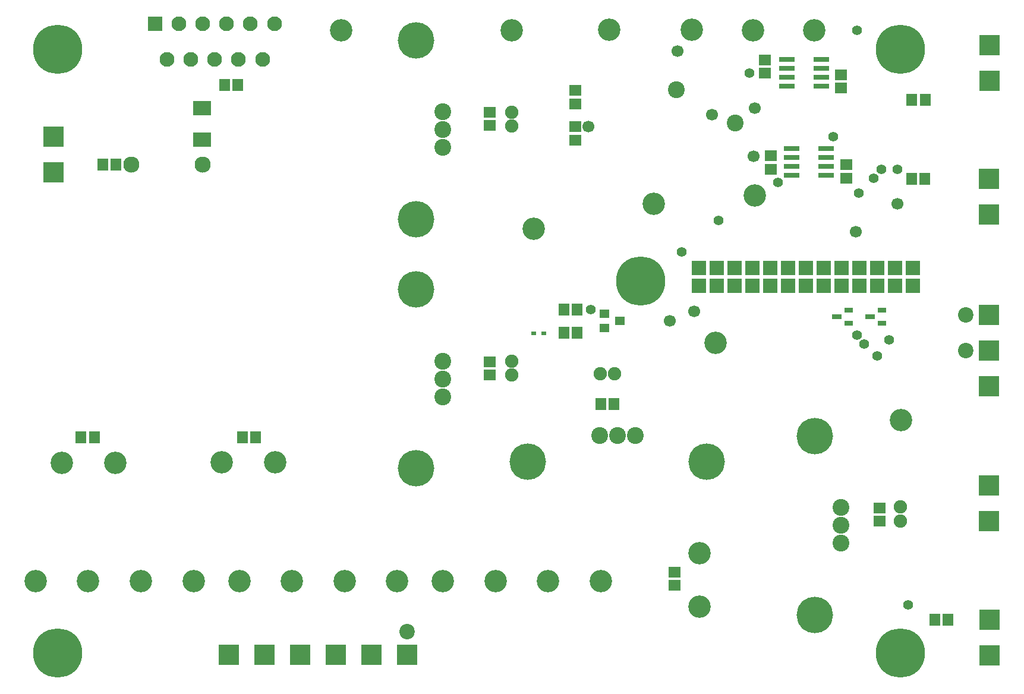
<source format=gbr>
%FSLAX23Y23*%
%MOIN*%
G04 EasyPC Gerber Version 17.0 Build 3379 *
%ADD111R,0.05887X0.06787*%
%ADD116R,0.07874X0.07874*%
%ADD118R,0.08268X0.08268*%
%ADD109R,0.11811X0.11811*%
%ADD105C,0.05512*%
%ADD126C,0.06693*%
%ADD115C,0.07480*%
%ADD119C,0.08268*%
%ADD110C,0.08661*%
%ADD121C,0.09055*%
%ADD107C,0.09449*%
%ADD112C,0.09449*%
%ADD108C,0.12598*%
%ADD113C,0.20472*%
%ADD106C,0.27559*%
%ADD124R,0.02587X0.02087*%
%ADD122R,0.04787X0.02787*%
%ADD123R,0.05559X0.02787*%
%ADD117R,0.08587X0.02987*%
%ADD125R,0.05587X0.04787*%
%ADD114R,0.06787X0.05887*%
%ADD120R,0.09843X0.07874*%
X0Y0D02*
D02*
D105*
X3267Y2237D03*
X3776Y2561D03*
X3982Y2737D03*
X4155Y3563D03*
X4318Y2950D03*
X4628Y3208D03*
X4759Y2095D03*
Y3803D03*
X4769Y2892D03*
X4801Y2043D03*
X4852Y2975D03*
X4874Y1976D03*
X4897Y3025D03*
X4939Y2067D03*
X4988Y3023D03*
X5045Y579D03*
D02*
D106*
X278Y311D03*
Y3696D03*
X3546Y2397D03*
X5003Y311D03*
Y3696D03*
D02*
D107*
X3748Y3469D03*
X4076Y3283D03*
D02*
D108*
X153Y714D03*
X300Y1378D03*
X448Y714D03*
X600Y1378D03*
X744Y714D03*
X1039D03*
X1197Y1381D03*
X1295Y714D03*
X1497Y1381D03*
X1590Y714D03*
X1868Y3803D03*
X1885Y714D03*
X2181D03*
X2437D03*
X2732D03*
X2824Y3803D03*
X2946Y2691D03*
X3027Y714D03*
X3322D03*
X3371Y3807D03*
X3620Y2830D03*
X3834Y3806D03*
X3876Y570D03*
Y870D03*
X3968Y2052D03*
X4177Y3804D03*
X4187Y2878D03*
X4519Y3804D03*
X5005Y1617D03*
D02*
D109*
X252Y3007D03*
Y3207D03*
X1237Y300D03*
X1437D03*
X1637D03*
X1837D03*
X2037D03*
X2237D03*
X5500Y1052D03*
Y1252D03*
Y1808D03*
Y2008D03*
Y2208D03*
Y2772D03*
Y2972D03*
X5502Y296D03*
Y496D03*
Y3520D03*
Y3720D03*
D02*
D110*
X2237Y431D03*
X5369Y2008D03*
X5369Y2208D03*
D02*
D111*
X408Y1519D03*
X483D03*
X529Y3050D03*
X604D03*
X1212Y3497D03*
X1287D03*
X1313Y1520D03*
X1388D03*
X3115Y2106D03*
Y2237D03*
X3190Y2106D03*
Y2237D03*
X3322Y1708D03*
X3397D03*
X5065Y2972D03*
X5067Y3415D03*
X5140Y2972D03*
X5142Y3415D03*
X5196Y496D03*
X5271D03*
D02*
D112*
X2435Y1748D03*
Y1848D03*
Y1948D03*
X2436Y3146D03*
Y3246D03*
Y3346D03*
X3315Y1532D03*
X3415D03*
X3515D03*
X4671Y926D03*
Y1026D03*
Y1126D03*
D02*
D113*
X2285Y1346D03*
Y2350D03*
X2286Y2744D03*
Y3748D03*
X2913Y1383D03*
X3917D03*
X4522Y524D03*
Y1528D03*
D02*
D114*
X2699Y3269D03*
Y3344D03*
X2700Y1869D03*
Y1944D03*
X3181Y3188D03*
Y3263D03*
Y3392D03*
Y3467D03*
X3738Y690D03*
Y765D03*
X4242Y3563D03*
Y3638D03*
X4276Y3025D03*
Y3100D03*
X4671Y3480D03*
Y3555D03*
X4699Y2975D03*
Y3050D03*
X4886Y1049D03*
Y1124D03*
D02*
D115*
X2822Y1870D03*
Y1948D03*
X2824Y3266D03*
Y3345D03*
X3320Y1878D03*
X3399D03*
X5004Y1051D03*
Y1129D03*
D02*
D116*
X3872Y2372D03*
Y2472D03*
X3972Y2372D03*
Y2472D03*
X4072Y2372D03*
Y2472D03*
X4172Y2372D03*
Y2472D03*
X4272Y2372D03*
Y2472D03*
X4372Y2372D03*
Y2472D03*
X4472Y2372D03*
Y2472D03*
X4572Y2372D03*
Y2472D03*
X4672Y2372D03*
Y2472D03*
X4772Y2372D03*
Y2472D03*
X4872Y2372D03*
Y2472D03*
X4972Y2372D03*
Y2472D03*
X5072Y2372D03*
Y2472D03*
D02*
D117*
X4365Y3491D03*
Y3541D03*
Y3591D03*
Y3641D03*
X4393Y2991D03*
Y3041D03*
Y3091D03*
Y3141D03*
X4559Y3491D03*
Y3541D03*
Y3591D03*
Y3641D03*
X4587Y2991D03*
Y3041D03*
Y3091D03*
Y3141D03*
D02*
D118*
X822Y3839D03*
D02*
D119*
X889Y3639D03*
X956Y3839D03*
X1023Y3639D03*
X1090Y3839D03*
X1157Y3639D03*
X1224Y3839D03*
X1291Y3639D03*
X1358Y3839D03*
X1425Y3639D03*
X1492Y3839D03*
D02*
D120*
X1088Y3190D03*
Y3367D03*
D02*
D121*
X689Y3050D03*
X1089D03*
D02*
D122*
X4713Y2159D03*
Y2234D03*
X4899Y2159D03*
Y2234D03*
D02*
D123*
X4646Y2196D03*
X4832D03*
D02*
D124*
X2947Y2105D03*
X3002D03*
D02*
D125*
X3344Y2133D03*
Y2213D03*
X3431Y2173D03*
D02*
D126*
X3252Y3263D03*
X3711Y2173D03*
X3753Y3686D03*
X3846Y2227D03*
X3945Y3329D03*
X4179Y3098D03*
X4187Y3366D03*
X4753Y2673D03*
X4985Y2829D03*
X0Y0D02*
M02*

</source>
